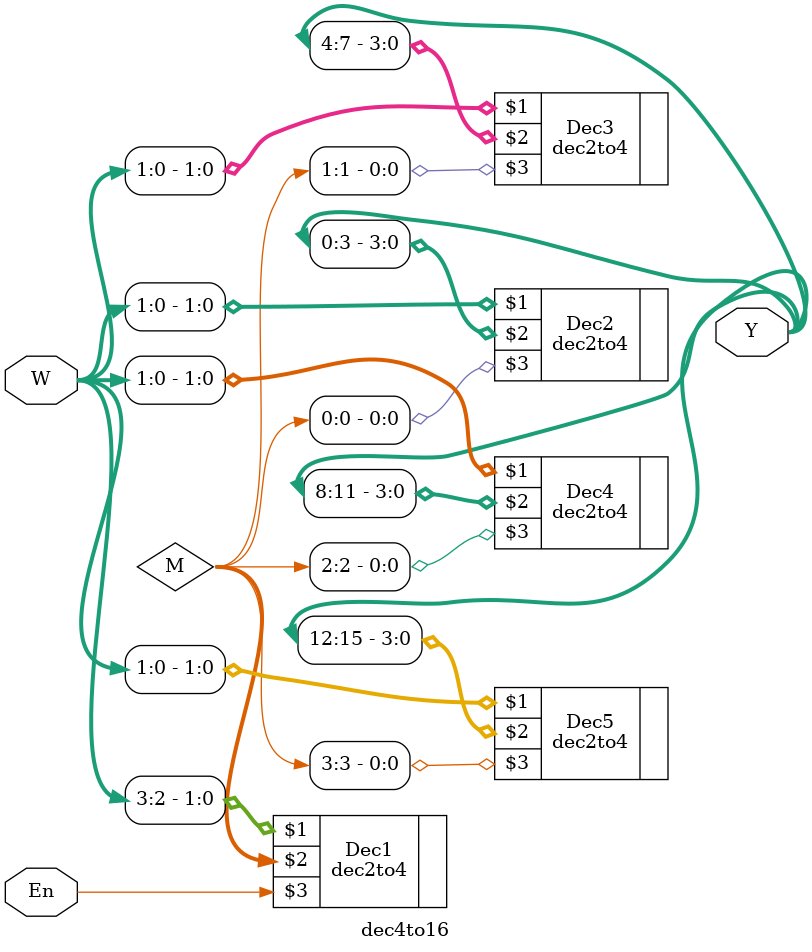
<source format=v>
module dec4to16 (W,Y,En);
	input [3:0] W;
	input En;
	output [0:15] Y;
	wire [0:3] M;

	dec2to4 Dec1 (W[3:2],M[0:3],En);
	dec2to4 Dec2 (W[1:0],Y[0:3],M[0]);
	dec2to4 Dec3 (W[1:0],Y[4:7],M[1]);
	dec2to4 Dec4 (W[1:0],Y[8:11],M[2]);
	dec2to4 Dec5 (W[1:0],Y[12:15],M[3]);

endmodule
</source>
